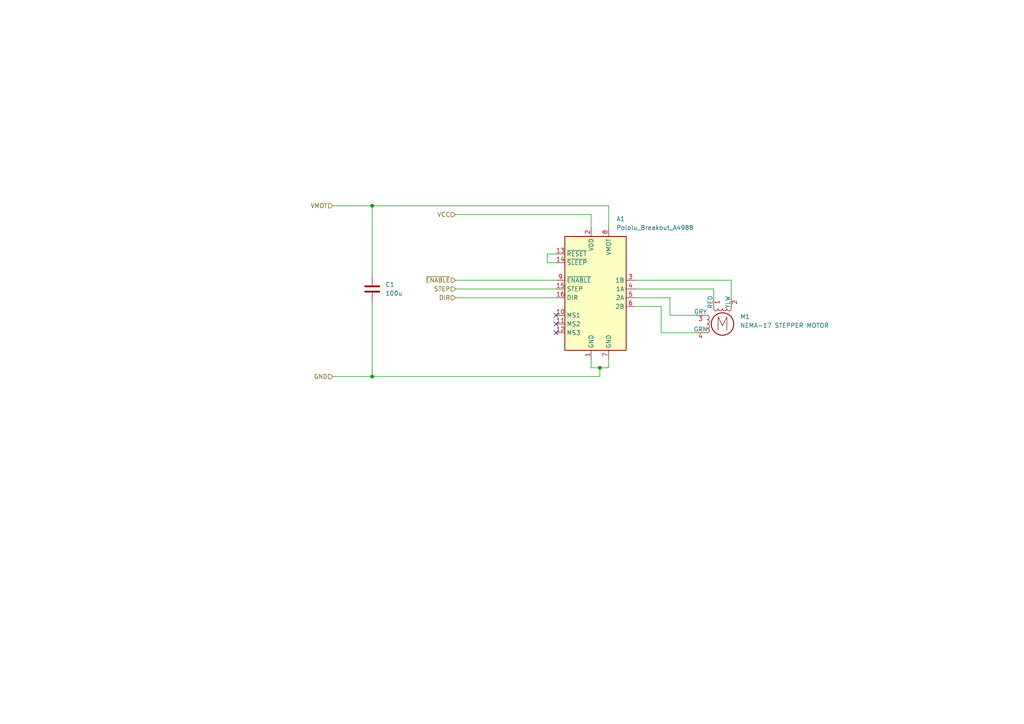
<source format=kicad_sch>
(kicad_sch (version 20230121) (generator eeschema)
  (paper "A4")
  (title_block (title "Tilt Motor") (date "2023-11-29") (rev "A") (company "Eddie and Felix"))
  (lib_symbols
    (symbol "Device:C" (pin_numbers hide) (pin_names (offset 0.254))
      (property "Reference" "C" (at 0.635 2.54 0))
      (property "Value" "C" (at 0.635 -2.54 0))
      (symbol "C_0_1"
        (polyline (pts (xy -2.032 -0.762) (xy 2.032 -0.762)) (stroke (width 0.508)))
        (polyline (pts (xy -2.032 0.762) (xy 2.032 0.762)) (stroke (width 0.508)))
      )
      (symbol "C_1_1"
        (pin passive line (at 0 3.81 270) (length 2.794) (name "~") (number "1"))
        (pin passive line (at 0 -3.81 90) (length 2.794) (name "~") (number "2"))
      )
    )
    (symbol "Driver_Motor:Pololu_Breakout_A4988"
      (property "Reference" "A" (at -2.54 19.05 0))
      (property "Value" "Pololu_Breakout_A4988" (at -2.54 16.51 0))
      (symbol "Pololu_Breakout_A4988_0_1"
        (rectangle (start 10.16 -17.78) (end -7.62 15.24) (stroke (width 0.254)) (fill (type background)))
      )
      (symbol "Pololu_Breakout_A4988_1_1"
        (pin power_in line (at 0 -20.32 90) (length 2.54) (name "GND") (number "1"))
        (pin input line (at -10.16 -7.62 0) (length 2.54) (name "MS1") (number "10"))
        (pin input line (at -10.16 -10.16 0) (length 2.54) (name "MS2") (number "11"))
        (pin input line (at -10.16 -12.7 0) (length 2.54) (name "MS3") (number "12"))
        (pin input line (at -10.16 10.16 0) (length 2.54) (name "~{RESET}") (number "13"))
        (pin input line (at -10.16 7.62 0) (length 2.54) (name "~{SLEEP}") (number "14"))
        (pin input line (at -10.16 0 0) (length 2.54) (name "STEP") (number "15"))
        (pin input line (at -10.16 -2.54 0) (length 2.54) (name "DIR") (number "16"))
        (pin power_in line (at 0 17.78 270) (length 2.54) (name "VDD") (number "2"))
        (pin output line (at 12.7 2.54 180) (length 2.54) (name "1B") (number "3"))
        (pin output line (at 12.7 0 180) (length 2.54) (name "1A") (number "4"))
        (pin output line (at 12.7 -2.54 180) (length 2.54) (name "2A") (number "5"))
        (pin output line (at 12.7 -5.08 180) (length 2.54) (name "2B") (number "6"))
        (pin power_in line (at 5.08 -20.32 90) (length 2.54) (name "GND") (number "7"))
        (pin power_in line (at 5.08 17.78 270) (length 2.54) (name "VMOT") (number "8"))
        (pin input line (at -10.16 2.54 0) (length 2.54) (name "~{ENABLE}") (number "9"))
      )
    )
    (symbol "Motor:Stepper_Motor_bipolar" (pin_names (offset 0))
      (property "Reference" "M1" (at 5.08 2.1209 0))
      (property "Value" "Stepper_Motor_bipolar" (at 5.08 -0.4191 0))
      (symbol "Stepper_Motor_bipolar_0_0"
        (polyline (pts (xy -1.27 -1.778) (xy -1.27 2.032) (xy 0 -0.508) (xy 1.27 2.032) (xy 1.27 -1.778)))
      )
      (symbol "Stepper_Motor_bipolar_0_1"
        (arc (start -4.445 -2.54) (mid -3.8127 -1.905) (end -4.445 -1.27))
        (arc (start -4.445 -1.27) (mid -3.8127 -0.635) (end -4.445 0))
        (arc (start -4.445 0) (mid -3.8127 0.635) (end -4.445 1.27))
        (arc (start -4.445 1.27) (mid -3.8127 1.905) (end -4.445 2.54))
        (arc (start -2.54 4.445) (mid -1.905 3.8127) (end -1.27 4.445))
        (arc (start -1.27 4.445) (mid -0.635 3.8127) (end 0 4.445))
        (polyline (pts (xy -5.08 -2.54) (xy -4.445 -2.54)))
        (polyline (pts (xy -5.08 2.54) (xy -4.445 2.54)))
        (polyline (pts (xy -2.54 5.08) (xy -2.54 4.445)))
        (polyline (pts (xy 2.54 5.08) (xy 2.54 4.445)))
        (circle (center 0 0) (radius 3.2512) (stroke (width 0.254)))
        (arc (start 0 4.445) (mid 0.635 3.8127) (end 1.27 4.445))
        (arc (start 1.27 4.445) (mid 1.905 3.8127) (end 2.54 4.445))
      )
      (symbol "Stepper_Motor_bipolar_1_1"
        (pin passive line (at -2.54 7.62 270) (length 2.54) (name "RED") (number "1"))
        (pin passive line (at 2.54 7.62 270) (length 2.54) (name "YLW") (number "2"))
        (pin passive line (at -7.62 2.54 0) (length 2.54) (name "GRY") (number "3"))
        (pin passive line (at -7.62 -2.54 0) (length 2.54) (name "GRN") (number "4"))
      )
    )
  )
  (junction (at 173.99 106.68))
  (junction (at 107.95 59.69))
  (junction (at 107.95 109.22))
  (no_connect (at 161.29 91.44))
  (no_connect (at 161.29 93.98))
  (no_connect (at 161.29 96.52))
  (wire (pts (xy 96.52 109.22) (xy 107.95 109.22)))
  (wire (pts (xy 184.15 88.9) (xy 191.77 88.9)))
  (wire (pts (xy 132.08 83.82) (xy 161.29 83.82)))
  (wire (pts (xy 207.01 83.82) (xy 184.15 83.82)))
  (wire (pts (xy 173.99 106.68) (xy 176.53 106.68)))
  (wire (pts (xy 171.45 106.68) (xy 173.99 106.68)))
  (wire (pts (xy 107.95 109.22) (xy 173.99 109.22)))
  (wire (pts (xy 191.77 96.52) (xy 201.93 96.52)))
  (wire (pts (xy 107.95 87.63) (xy 107.95 109.22)))
  (wire (pts (xy 132.08 62.23) (xy 171.45 62.23)))
  (wire (pts (xy 96.52 59.69) (xy 107.95 59.69)))
  (wire (pts (xy 176.53 59.69) (xy 176.53 66.04)))
  (wire (pts (xy 171.45 62.23) (xy 171.45 66.04)))
  (wire (pts (xy 161.29 73.66) (xy 158.75 73.66)))
  (wire (pts (xy 132.08 81.28) (xy 161.29 81.28)))
  (wire (pts (xy 212.09 81.28) (xy 184.15 81.28)))
  (wire (pts (xy 194.31 91.44) (xy 201.93 91.44)))
  (wire (pts (xy 212.09 86.36) (xy 212.09 81.28)))
  (wire (pts (xy 158.75 76.2) (xy 161.29 76.2)))
  (wire (pts (xy 132.08 86.36) (xy 161.29 86.36)))
  (wire (pts (xy 194.31 86.36) (xy 194.31 91.44)))
  (wire (pts (xy 176.53 106.68) (xy 176.53 104.14)))
  (wire (pts (xy 107.95 59.69) (xy 176.53 59.69)))
  (wire (pts (xy 191.77 88.9) (xy 191.77 96.52)))
  (wire (pts (xy 107.95 59.69) (xy 107.95 80.01)))
  (wire (pts (xy 171.45 104.14) (xy 171.45 106.68)))
  (wire (pts (xy 173.99 109.22) (xy 173.99 106.68)))
  (wire (pts (xy 158.75 73.66) (xy 158.75 76.2)))
  (wire (pts (xy 184.15 86.36) (xy 194.31 86.36)))
  (wire (pts (xy 207.01 86.36) (xy 207.01 83.82)))
  (hierarchical_label "DIR" (shape input) (at 132.08 86.36 180))
  (hierarchical_label "~{ENABLE}" (shape input) (at 132.08 81.28 180))
  (hierarchical_label "VMOT" (shape input) (at 96.52 59.69 180))
  (hierarchical_label "STEP" (shape input) (at 132.08 83.82 180))
  (hierarchical_label "VCC" (shape input) (at 132.08 62.23 180))
  (hierarchical_label "GND" (shape input) (at 96.52 109.22 180))
  (symbol (lib_id "Driver_Motor:Pololu_Breakout_A4988") (at 171.45 83.82 0) (unit 1)
    (property "Reference" "A1" (at 178.7241 63.5 0) (effects (justify left)))
    (property "Value" "Pololu_Breakout_A4988" (at 178.7241 66.04 0) (effects (justify left)))
    (property "Footprint" "Module:Pololu_Breakout-16_15.2x20.3mm" (effects hide))
    (property "Datasheet" "https://www.pololu.com/product/2980/pictures" (effects hide))
  )
  (symbol (lib_id "Motor:Stepper_Motor_bipolar") (at 209.55 93.98 0) (unit 1)
    (property "Reference" "M1" (at 214.63 91.8591 0) (effects (justify left)))
    (property "Value" "NEMA-17 STEPPER MOTOR" (at 214.63 94.3991 0) (effects (justify left)))
    (property "Datasheet" "http://www.infineon.com/dgdl/Application-Note-TLE8110EE_driving_UniPolarStepperMotor_V1.1.pdf?fileId=db3a30431be39b97011be5d0aa0a00b0" (effects hide))
  )
  (symbol (lib_id "Device:C") (at 107.95 83.82 0) (unit 1)
    (property "Reference" "C1" (at 111.76 82.55 0) (effects (justify left)))
    (property "Value" "100u" (at 111.76 85.09 0) (effects (justify left)))
  )
)
</source>
